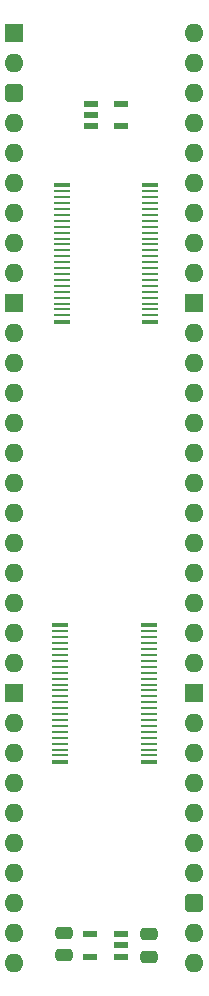
<source format=gts>
%TF.GenerationSoftware,KiCad,Pcbnew,7.0.5*%
%TF.CreationDate,2024-05-15T13:29:15+02:00*%
%TF.ProjectId,HCP65 Main Memory Address,48435036-3520-44d6-9169-6e204d656d6f,V0*%
%TF.SameCoordinates,PX54c81a0PY37b6b20*%
%TF.FileFunction,Soldermask,Top*%
%TF.FilePolarity,Negative*%
%FSLAX46Y46*%
G04 Gerber Fmt 4.6, Leading zero omitted, Abs format (unit mm)*
G04 Created by KiCad (PCBNEW 7.0.5) date 2024-05-15 13:29:15*
%MOMM*%
%LPD*%
G01*
G04 APERTURE LIST*
G04 Aperture macros list*
%AMRoundRect*
0 Rectangle with rounded corners*
0 $1 Rounding radius*
0 $2 $3 $4 $5 $6 $7 $8 $9 X,Y pos of 4 corners*
0 Add a 4 corners polygon primitive as box body*
4,1,4,$2,$3,$4,$5,$6,$7,$8,$9,$2,$3,0*
0 Add four circle primitives for the rounded corners*
1,1,$1+$1,$2,$3*
1,1,$1+$1,$4,$5*
1,1,$1+$1,$6,$7*
1,1,$1+$1,$8,$9*
0 Add four rect primitives between the rounded corners*
20,1,$1+$1,$2,$3,$4,$5,0*
20,1,$1+$1,$4,$5,$6,$7,0*
20,1,$1+$1,$6,$7,$8,$9,0*
20,1,$1+$1,$8,$9,$2,$3,0*%
G04 Aperture macros list end*
%ADD10R,1.150000X0.600000*%
%ADD11R,1.400000X0.400000*%
%ADD12R,1.400000X0.280000*%
%ADD13R,1.250000X0.600000*%
%ADD14RoundRect,0.250000X0.475000X-0.250000X0.475000X0.250000X-0.475000X0.250000X-0.475000X-0.250000X0*%
%ADD15R,1.600000X1.600000*%
%ADD16O,1.600000X1.600000*%
%ADD17RoundRect,0.400000X-0.400000X-0.400000X0.400000X-0.400000X0.400000X0.400000X-0.400000X0.400000X0*%
%ADD18RoundRect,0.250000X-0.475000X0.250000X-0.475000X-0.250000X0.475000X-0.250000X0.475000X0.250000X0*%
G04 APERTURE END LIST*
D10*
%TO.C,IC5*%
X9022085Y-78211000D03*
X9022085Y-77261000D03*
X9022085Y-76311000D03*
X6422085Y-76311000D03*
X6422085Y-78211000D03*
%TD*%
D11*
%TO.C,IC4*%
X11370000Y-61740800D03*
D12*
X11370000Y-61180800D03*
X11370000Y-60680800D03*
X11370000Y-60180800D03*
X11370000Y-59680800D03*
X11370000Y-59180800D03*
X11370000Y-58680800D03*
X11370000Y-58180800D03*
X11370000Y-57680800D03*
X11370000Y-57180800D03*
X11370000Y-56680800D03*
X11370000Y-56180800D03*
X11370000Y-55680800D03*
X11370000Y-55180800D03*
X11370000Y-54680800D03*
X11370000Y-54180800D03*
X11370000Y-53680800D03*
X11370000Y-53180800D03*
X11370000Y-52680800D03*
X11370000Y-52180800D03*
X11370000Y-51680800D03*
X11370000Y-51180800D03*
X11370000Y-50680800D03*
D11*
X11370000Y-50120800D03*
X3870000Y-50120800D03*
D12*
X3870000Y-50680800D03*
X3870000Y-51180800D03*
X3870000Y-51680800D03*
X3870000Y-52180800D03*
X3870000Y-52680800D03*
X3870000Y-53180800D03*
X3870000Y-53680800D03*
X3870000Y-54180800D03*
X3870000Y-54680800D03*
X3870000Y-55180800D03*
X3870000Y-55680800D03*
X3870000Y-56180800D03*
X3870000Y-56680800D03*
X3870000Y-57180800D03*
X3870000Y-57680800D03*
X3870000Y-58180800D03*
X3870000Y-58680800D03*
X3870000Y-59180800D03*
X3870000Y-59680800D03*
X3870000Y-60180800D03*
X3870000Y-60680800D03*
X3870000Y-61180800D03*
D11*
X3870000Y-61740800D03*
%TD*%
D13*
%TO.C,IC2*%
X6502400Y-6009600D03*
X6502400Y-6959600D03*
X6502400Y-7909600D03*
X9002400Y-7909600D03*
X9002400Y-6009600D03*
%TD*%
D11*
%TO.C,IC1*%
X11497000Y-24479000D03*
D12*
X11497000Y-23919000D03*
X11497000Y-23419000D03*
X11497000Y-22919000D03*
X11497000Y-22419000D03*
X11497000Y-21919000D03*
X11497000Y-21419000D03*
X11497000Y-20919000D03*
X11497000Y-20419000D03*
X11497000Y-19919000D03*
X11497000Y-19419000D03*
X11497000Y-18919000D03*
X11497000Y-18419000D03*
X11497000Y-17919000D03*
X11497000Y-17419000D03*
X11497000Y-16919000D03*
X11497000Y-16419000D03*
X11497000Y-15919000D03*
X11497000Y-15419000D03*
X11497000Y-14919000D03*
X11497000Y-14419000D03*
X11497000Y-13919000D03*
X11497000Y-13419000D03*
D11*
X11497000Y-12859000D03*
X3997000Y-12859000D03*
D12*
X3997000Y-13419000D03*
X3997000Y-13919000D03*
X3997000Y-14419000D03*
X3997000Y-14919000D03*
X3997000Y-15419000D03*
X3997000Y-15919000D03*
X3997000Y-16419000D03*
X3997000Y-16919000D03*
X3997000Y-17419000D03*
X3997000Y-17919000D03*
X3997000Y-18419000D03*
X3997000Y-18919000D03*
X3997000Y-19419000D03*
X3997000Y-19919000D03*
X3997000Y-20419000D03*
X3997000Y-20919000D03*
X3997000Y-21419000D03*
X3997000Y-21919000D03*
X3997000Y-22419000D03*
X3997000Y-22919000D03*
X3997000Y-23419000D03*
X3997000Y-23919000D03*
D11*
X3997000Y-24479000D03*
%TD*%
D14*
%TO.C,C8*%
X11430485Y-78220400D03*
X11430485Y-76320400D03*
%TD*%
D15*
%TO.C,J2*%
X0Y0D03*
D16*
X0Y-2540000D03*
D17*
X0Y-5080000D03*
D16*
X0Y-7620000D03*
X0Y-10160000D03*
X0Y-12700000D03*
X0Y-15240000D03*
X0Y-17780000D03*
X0Y-20320000D03*
D15*
X0Y-22860000D03*
D16*
X0Y-25400000D03*
X0Y-27940000D03*
X0Y-30480000D03*
X0Y-33020000D03*
X0Y-35560000D03*
X0Y-38100000D03*
X0Y-40640000D03*
X0Y-43180000D03*
X0Y-45720000D03*
X0Y-48260000D03*
X0Y-50800000D03*
X0Y-53340000D03*
D15*
X0Y-55880000D03*
D16*
X0Y-58420000D03*
X0Y-60960000D03*
X0Y-63500000D03*
X0Y-66040000D03*
X0Y-68580000D03*
X0Y-71120000D03*
X0Y-73660000D03*
X0Y-76200000D03*
X0Y-78740000D03*
X15240000Y-78740000D03*
X15240000Y-76200000D03*
D17*
X15240000Y-73660000D03*
D16*
X15240000Y-71120000D03*
X15240000Y-68580000D03*
X15240000Y-66040000D03*
X15240000Y-63500000D03*
X15240000Y-60960000D03*
X15240000Y-58420000D03*
D15*
X15240000Y-55880000D03*
D16*
X15240000Y-53340000D03*
X15240000Y-50800000D03*
X15240000Y-48260000D03*
X15240000Y-45720000D03*
X15240000Y-43180000D03*
X15240000Y-40640000D03*
X15240000Y-38100000D03*
X15240000Y-35560000D03*
X15240000Y-33020000D03*
X15240000Y-30480000D03*
X15240000Y-27940000D03*
X15240000Y-25400000D03*
D15*
X15240000Y-22860000D03*
D16*
X15240000Y-20320000D03*
X15240000Y-17780000D03*
X15240000Y-15240000D03*
X15240000Y-12700000D03*
X15240000Y-10160000D03*
X15240000Y-7620000D03*
X15240000Y-5080000D03*
X15240000Y-2540000D03*
X15240000Y0D03*
%TD*%
D18*
%TO.C,C9*%
X4166085Y-76200000D03*
X4166085Y-78100000D03*
%TD*%
M02*

</source>
